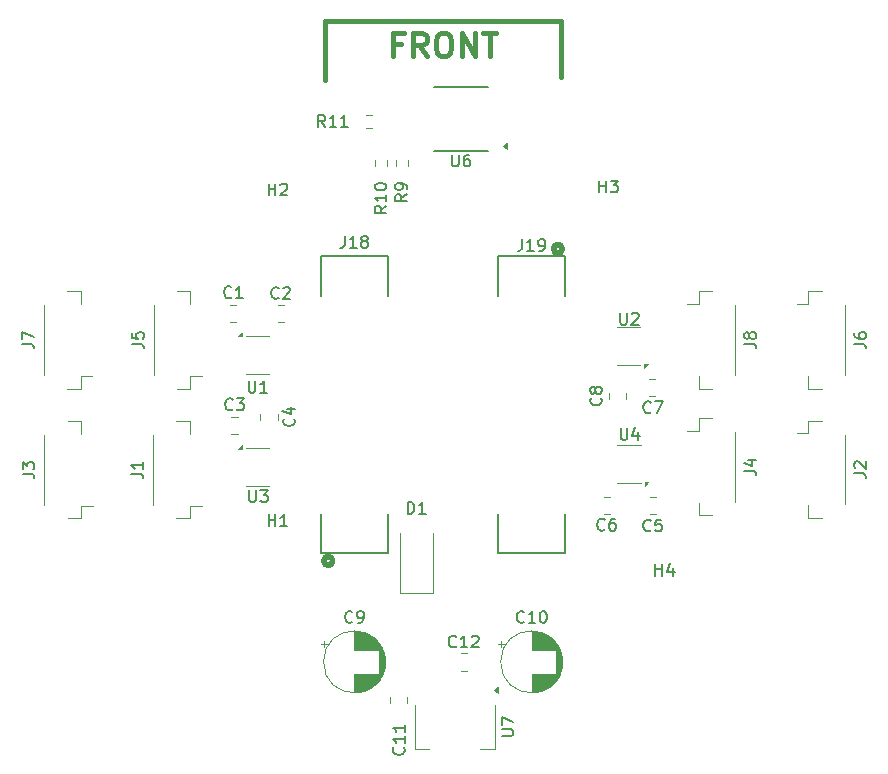
<source format=gbr>
%TF.GenerationSoftware,KiCad,Pcbnew,8.0.8*%
%TF.CreationDate,2025-02-10T22:14:39-08:00*%
%TF.ProjectId,CMOD_A7_Lower,434d4f44-5f41-4375-9f4c-6f7765722e6b,rev?*%
%TF.SameCoordinates,Original*%
%TF.FileFunction,Legend,Top*%
%TF.FilePolarity,Positive*%
%FSLAX46Y46*%
G04 Gerber Fmt 4.6, Leading zero omitted, Abs format (unit mm)*
G04 Created by KiCad (PCBNEW 8.0.8) date 2025-02-10 22:14:39*
%MOMM*%
%LPD*%
G01*
G04 APERTURE LIST*
%ADD10C,0.400000*%
%ADD11C,0.150000*%
%ADD12C,0.120000*%
%ADD13C,0.152400*%
%ADD14C,0.508000*%
G04 APERTURE END LIST*
D10*
X76000000Y-60500000D02*
X76000000Y-55500000D01*
X96000000Y-55500000D02*
X96000000Y-60250000D01*
X96000000Y-55500000D02*
X76000000Y-55500000D01*
X82428571Y-57436819D02*
X81761904Y-57436819D01*
X81761904Y-58484438D02*
X81761904Y-56484438D01*
X81761904Y-56484438D02*
X82714285Y-56484438D01*
X84619047Y-58484438D02*
X83952380Y-57532057D01*
X83476190Y-58484438D02*
X83476190Y-56484438D01*
X83476190Y-56484438D02*
X84238095Y-56484438D01*
X84238095Y-56484438D02*
X84428571Y-56579676D01*
X84428571Y-56579676D02*
X84523809Y-56674914D01*
X84523809Y-56674914D02*
X84619047Y-56865390D01*
X84619047Y-56865390D02*
X84619047Y-57151104D01*
X84619047Y-57151104D02*
X84523809Y-57341580D01*
X84523809Y-57341580D02*
X84428571Y-57436819D01*
X84428571Y-57436819D02*
X84238095Y-57532057D01*
X84238095Y-57532057D02*
X83476190Y-57532057D01*
X85857142Y-56484438D02*
X86238095Y-56484438D01*
X86238095Y-56484438D02*
X86428571Y-56579676D01*
X86428571Y-56579676D02*
X86619047Y-56770152D01*
X86619047Y-56770152D02*
X86714285Y-57151104D01*
X86714285Y-57151104D02*
X86714285Y-57817771D01*
X86714285Y-57817771D02*
X86619047Y-58198723D01*
X86619047Y-58198723D02*
X86428571Y-58389200D01*
X86428571Y-58389200D02*
X86238095Y-58484438D01*
X86238095Y-58484438D02*
X85857142Y-58484438D01*
X85857142Y-58484438D02*
X85666666Y-58389200D01*
X85666666Y-58389200D02*
X85476190Y-58198723D01*
X85476190Y-58198723D02*
X85380952Y-57817771D01*
X85380952Y-57817771D02*
X85380952Y-57151104D01*
X85380952Y-57151104D02*
X85476190Y-56770152D01*
X85476190Y-56770152D02*
X85666666Y-56579676D01*
X85666666Y-56579676D02*
X85857142Y-56484438D01*
X87571428Y-58484438D02*
X87571428Y-56484438D01*
X87571428Y-56484438D02*
X88714285Y-58484438D01*
X88714285Y-58484438D02*
X88714285Y-56484438D01*
X89380952Y-56484438D02*
X90523809Y-56484438D01*
X89952380Y-58484438D02*
X89952380Y-56484438D01*
D11*
X92857142Y-106359580D02*
X92809523Y-106407200D01*
X92809523Y-106407200D02*
X92666666Y-106454819D01*
X92666666Y-106454819D02*
X92571428Y-106454819D01*
X92571428Y-106454819D02*
X92428571Y-106407200D01*
X92428571Y-106407200D02*
X92333333Y-106311961D01*
X92333333Y-106311961D02*
X92285714Y-106216723D01*
X92285714Y-106216723D02*
X92238095Y-106026247D01*
X92238095Y-106026247D02*
X92238095Y-105883390D01*
X92238095Y-105883390D02*
X92285714Y-105692914D01*
X92285714Y-105692914D02*
X92333333Y-105597676D01*
X92333333Y-105597676D02*
X92428571Y-105502438D01*
X92428571Y-105502438D02*
X92571428Y-105454819D01*
X92571428Y-105454819D02*
X92666666Y-105454819D01*
X92666666Y-105454819D02*
X92809523Y-105502438D01*
X92809523Y-105502438D02*
X92857142Y-105550057D01*
X93809523Y-106454819D02*
X93238095Y-106454819D01*
X93523809Y-106454819D02*
X93523809Y-105454819D01*
X93523809Y-105454819D02*
X93428571Y-105597676D01*
X93428571Y-105597676D02*
X93333333Y-105692914D01*
X93333333Y-105692914D02*
X93238095Y-105740533D01*
X94428571Y-105454819D02*
X94523809Y-105454819D01*
X94523809Y-105454819D02*
X94619047Y-105502438D01*
X94619047Y-105502438D02*
X94666666Y-105550057D01*
X94666666Y-105550057D02*
X94714285Y-105645295D01*
X94714285Y-105645295D02*
X94761904Y-105835771D01*
X94761904Y-105835771D02*
X94761904Y-106073866D01*
X94761904Y-106073866D02*
X94714285Y-106264342D01*
X94714285Y-106264342D02*
X94666666Y-106359580D01*
X94666666Y-106359580D02*
X94619047Y-106407200D01*
X94619047Y-106407200D02*
X94523809Y-106454819D01*
X94523809Y-106454819D02*
X94428571Y-106454819D01*
X94428571Y-106454819D02*
X94333333Y-106407200D01*
X94333333Y-106407200D02*
X94285714Y-106359580D01*
X94285714Y-106359580D02*
X94238095Y-106264342D01*
X94238095Y-106264342D02*
X94190476Y-106073866D01*
X94190476Y-106073866D02*
X94190476Y-105835771D01*
X94190476Y-105835771D02*
X94238095Y-105645295D01*
X94238095Y-105645295D02*
X94285714Y-105550057D01*
X94285714Y-105550057D02*
X94333333Y-105502438D01*
X94333333Y-105502438D02*
X94428571Y-105454819D01*
X78333333Y-106359580D02*
X78285714Y-106407200D01*
X78285714Y-106407200D02*
X78142857Y-106454819D01*
X78142857Y-106454819D02*
X78047619Y-106454819D01*
X78047619Y-106454819D02*
X77904762Y-106407200D01*
X77904762Y-106407200D02*
X77809524Y-106311961D01*
X77809524Y-106311961D02*
X77761905Y-106216723D01*
X77761905Y-106216723D02*
X77714286Y-106026247D01*
X77714286Y-106026247D02*
X77714286Y-105883390D01*
X77714286Y-105883390D02*
X77761905Y-105692914D01*
X77761905Y-105692914D02*
X77809524Y-105597676D01*
X77809524Y-105597676D02*
X77904762Y-105502438D01*
X77904762Y-105502438D02*
X78047619Y-105454819D01*
X78047619Y-105454819D02*
X78142857Y-105454819D01*
X78142857Y-105454819D02*
X78285714Y-105502438D01*
X78285714Y-105502438D02*
X78333333Y-105550057D01*
X78809524Y-106454819D02*
X79000000Y-106454819D01*
X79000000Y-106454819D02*
X79095238Y-106407200D01*
X79095238Y-106407200D02*
X79142857Y-106359580D01*
X79142857Y-106359580D02*
X79238095Y-106216723D01*
X79238095Y-106216723D02*
X79285714Y-106026247D01*
X79285714Y-106026247D02*
X79285714Y-105645295D01*
X79285714Y-105645295D02*
X79238095Y-105550057D01*
X79238095Y-105550057D02*
X79190476Y-105502438D01*
X79190476Y-105502438D02*
X79095238Y-105454819D01*
X79095238Y-105454819D02*
X78904762Y-105454819D01*
X78904762Y-105454819D02*
X78809524Y-105502438D01*
X78809524Y-105502438D02*
X78761905Y-105550057D01*
X78761905Y-105550057D02*
X78714286Y-105645295D01*
X78714286Y-105645295D02*
X78714286Y-105883390D01*
X78714286Y-105883390D02*
X78761905Y-105978628D01*
X78761905Y-105978628D02*
X78809524Y-106026247D01*
X78809524Y-106026247D02*
X78904762Y-106073866D01*
X78904762Y-106073866D02*
X79095238Y-106073866D01*
X79095238Y-106073866D02*
X79190476Y-106026247D01*
X79190476Y-106026247D02*
X79238095Y-105978628D01*
X79238095Y-105978628D02*
X79285714Y-105883390D01*
X71238095Y-98254819D02*
X71238095Y-97254819D01*
X71238095Y-97731009D02*
X71809523Y-97731009D01*
X71809523Y-98254819D02*
X71809523Y-97254819D01*
X72809523Y-98254819D02*
X72238095Y-98254819D01*
X72523809Y-98254819D02*
X72523809Y-97254819D01*
X72523809Y-97254819D02*
X72428571Y-97397676D01*
X72428571Y-97397676D02*
X72333333Y-97492914D01*
X72333333Y-97492914D02*
X72238095Y-97540533D01*
X50404819Y-93833333D02*
X51119104Y-93833333D01*
X51119104Y-93833333D02*
X51261961Y-93880952D01*
X51261961Y-93880952D02*
X51357200Y-93976190D01*
X51357200Y-93976190D02*
X51404819Y-94119047D01*
X51404819Y-94119047D02*
X51404819Y-94214285D01*
X50404819Y-93452380D02*
X50404819Y-92833333D01*
X50404819Y-92833333D02*
X50785771Y-93166666D01*
X50785771Y-93166666D02*
X50785771Y-93023809D01*
X50785771Y-93023809D02*
X50833390Y-92928571D01*
X50833390Y-92928571D02*
X50881009Y-92880952D01*
X50881009Y-92880952D02*
X50976247Y-92833333D01*
X50976247Y-92833333D02*
X51214342Y-92833333D01*
X51214342Y-92833333D02*
X51309580Y-92880952D01*
X51309580Y-92880952D02*
X51357200Y-92928571D01*
X51357200Y-92928571D02*
X51404819Y-93023809D01*
X51404819Y-93023809D02*
X51404819Y-93309523D01*
X51404819Y-93309523D02*
X51357200Y-93404761D01*
X51357200Y-93404761D02*
X51309580Y-93452380D01*
X92690476Y-73954819D02*
X92690476Y-74669104D01*
X92690476Y-74669104D02*
X92642857Y-74811961D01*
X92642857Y-74811961D02*
X92547619Y-74907200D01*
X92547619Y-74907200D02*
X92404762Y-74954819D01*
X92404762Y-74954819D02*
X92309524Y-74954819D01*
X93690476Y-74954819D02*
X93119048Y-74954819D01*
X93404762Y-74954819D02*
X93404762Y-73954819D01*
X93404762Y-73954819D02*
X93309524Y-74097676D01*
X93309524Y-74097676D02*
X93214286Y-74192914D01*
X93214286Y-74192914D02*
X93119048Y-74240533D01*
X94166667Y-74954819D02*
X94357143Y-74954819D01*
X94357143Y-74954819D02*
X94452381Y-74907200D01*
X94452381Y-74907200D02*
X94500000Y-74859580D01*
X94500000Y-74859580D02*
X94595238Y-74716723D01*
X94595238Y-74716723D02*
X94642857Y-74526247D01*
X94642857Y-74526247D02*
X94642857Y-74145295D01*
X94642857Y-74145295D02*
X94595238Y-74050057D01*
X94595238Y-74050057D02*
X94547619Y-74002438D01*
X94547619Y-74002438D02*
X94452381Y-73954819D01*
X94452381Y-73954819D02*
X94261905Y-73954819D01*
X94261905Y-73954819D02*
X94166667Y-74002438D01*
X94166667Y-74002438D02*
X94119048Y-74050057D01*
X94119048Y-74050057D02*
X94071429Y-74145295D01*
X94071429Y-74145295D02*
X94071429Y-74383390D01*
X94071429Y-74383390D02*
X94119048Y-74478628D01*
X94119048Y-74478628D02*
X94166667Y-74526247D01*
X94166667Y-74526247D02*
X94261905Y-74573866D01*
X94261905Y-74573866D02*
X94452381Y-74573866D01*
X94452381Y-74573866D02*
X94547619Y-74526247D01*
X94547619Y-74526247D02*
X94595238Y-74478628D01*
X94595238Y-74478628D02*
X94642857Y-74383390D01*
X72083333Y-78929580D02*
X72035714Y-78977200D01*
X72035714Y-78977200D02*
X71892857Y-79024819D01*
X71892857Y-79024819D02*
X71797619Y-79024819D01*
X71797619Y-79024819D02*
X71654762Y-78977200D01*
X71654762Y-78977200D02*
X71559524Y-78881961D01*
X71559524Y-78881961D02*
X71511905Y-78786723D01*
X71511905Y-78786723D02*
X71464286Y-78596247D01*
X71464286Y-78596247D02*
X71464286Y-78453390D01*
X71464286Y-78453390D02*
X71511905Y-78262914D01*
X71511905Y-78262914D02*
X71559524Y-78167676D01*
X71559524Y-78167676D02*
X71654762Y-78072438D01*
X71654762Y-78072438D02*
X71797619Y-78024819D01*
X71797619Y-78024819D02*
X71892857Y-78024819D01*
X71892857Y-78024819D02*
X72035714Y-78072438D01*
X72035714Y-78072438D02*
X72083333Y-78120057D01*
X72464286Y-78120057D02*
X72511905Y-78072438D01*
X72511905Y-78072438D02*
X72607143Y-78024819D01*
X72607143Y-78024819D02*
X72845238Y-78024819D01*
X72845238Y-78024819D02*
X72940476Y-78072438D01*
X72940476Y-78072438D02*
X72988095Y-78120057D01*
X72988095Y-78120057D02*
X73035714Y-78215295D01*
X73035714Y-78215295D02*
X73035714Y-78310533D01*
X73035714Y-78310533D02*
X72988095Y-78453390D01*
X72988095Y-78453390D02*
X72416667Y-79024819D01*
X72416667Y-79024819D02*
X73035714Y-79024819D01*
X82659580Y-116992857D02*
X82707200Y-117040476D01*
X82707200Y-117040476D02*
X82754819Y-117183333D01*
X82754819Y-117183333D02*
X82754819Y-117278571D01*
X82754819Y-117278571D02*
X82707200Y-117421428D01*
X82707200Y-117421428D02*
X82611961Y-117516666D01*
X82611961Y-117516666D02*
X82516723Y-117564285D01*
X82516723Y-117564285D02*
X82326247Y-117611904D01*
X82326247Y-117611904D02*
X82183390Y-117611904D01*
X82183390Y-117611904D02*
X81992914Y-117564285D01*
X81992914Y-117564285D02*
X81897676Y-117516666D01*
X81897676Y-117516666D02*
X81802438Y-117421428D01*
X81802438Y-117421428D02*
X81754819Y-117278571D01*
X81754819Y-117278571D02*
X81754819Y-117183333D01*
X81754819Y-117183333D02*
X81802438Y-117040476D01*
X81802438Y-117040476D02*
X81850057Y-116992857D01*
X82754819Y-116040476D02*
X82754819Y-116611904D01*
X82754819Y-116326190D02*
X81754819Y-116326190D01*
X81754819Y-116326190D02*
X81897676Y-116421428D01*
X81897676Y-116421428D02*
X81992914Y-116516666D01*
X81992914Y-116516666D02*
X82040533Y-116611904D01*
X82754819Y-115088095D02*
X82754819Y-115659523D01*
X82754819Y-115373809D02*
X81754819Y-115373809D01*
X81754819Y-115373809D02*
X81897676Y-115469047D01*
X81897676Y-115469047D02*
X81992914Y-115564285D01*
X81992914Y-115564285D02*
X82040533Y-115659523D01*
X120804819Y-93783333D02*
X121519104Y-93783333D01*
X121519104Y-93783333D02*
X121661961Y-93830952D01*
X121661961Y-93830952D02*
X121757200Y-93926190D01*
X121757200Y-93926190D02*
X121804819Y-94069047D01*
X121804819Y-94069047D02*
X121804819Y-94164285D01*
X120900057Y-93354761D02*
X120852438Y-93307142D01*
X120852438Y-93307142D02*
X120804819Y-93211904D01*
X120804819Y-93211904D02*
X120804819Y-92973809D01*
X120804819Y-92973809D02*
X120852438Y-92878571D01*
X120852438Y-92878571D02*
X120900057Y-92830952D01*
X120900057Y-92830952D02*
X120995295Y-92783333D01*
X120995295Y-92783333D02*
X121090533Y-92783333D01*
X121090533Y-92783333D02*
X121233390Y-92830952D01*
X121233390Y-92830952D02*
X121804819Y-93402380D01*
X121804819Y-93402380D02*
X121804819Y-92783333D01*
X59604819Y-93833333D02*
X60319104Y-93833333D01*
X60319104Y-93833333D02*
X60461961Y-93880952D01*
X60461961Y-93880952D02*
X60557200Y-93976190D01*
X60557200Y-93976190D02*
X60604819Y-94119047D01*
X60604819Y-94119047D02*
X60604819Y-94214285D01*
X60604819Y-92833333D02*
X60604819Y-93404761D01*
X60604819Y-93119047D02*
X59604819Y-93119047D01*
X59604819Y-93119047D02*
X59747676Y-93214285D01*
X59747676Y-93214285D02*
X59842914Y-93309523D01*
X59842914Y-93309523D02*
X59890533Y-93404761D01*
X103988095Y-102454819D02*
X103988095Y-101454819D01*
X103988095Y-101931009D02*
X104559523Y-101931009D01*
X104559523Y-102454819D02*
X104559523Y-101454819D01*
X105464285Y-101788152D02*
X105464285Y-102454819D01*
X105226190Y-101407200D02*
X104988095Y-102121485D01*
X104988095Y-102121485D02*
X105607142Y-102121485D01*
X77690476Y-73704819D02*
X77690476Y-74419104D01*
X77690476Y-74419104D02*
X77642857Y-74561961D01*
X77642857Y-74561961D02*
X77547619Y-74657200D01*
X77547619Y-74657200D02*
X77404762Y-74704819D01*
X77404762Y-74704819D02*
X77309524Y-74704819D01*
X78690476Y-74704819D02*
X78119048Y-74704819D01*
X78404762Y-74704819D02*
X78404762Y-73704819D01*
X78404762Y-73704819D02*
X78309524Y-73847676D01*
X78309524Y-73847676D02*
X78214286Y-73942914D01*
X78214286Y-73942914D02*
X78119048Y-73990533D01*
X79261905Y-74133390D02*
X79166667Y-74085771D01*
X79166667Y-74085771D02*
X79119048Y-74038152D01*
X79119048Y-74038152D02*
X79071429Y-73942914D01*
X79071429Y-73942914D02*
X79071429Y-73895295D01*
X79071429Y-73895295D02*
X79119048Y-73800057D01*
X79119048Y-73800057D02*
X79166667Y-73752438D01*
X79166667Y-73752438D02*
X79261905Y-73704819D01*
X79261905Y-73704819D02*
X79452381Y-73704819D01*
X79452381Y-73704819D02*
X79547619Y-73752438D01*
X79547619Y-73752438D02*
X79595238Y-73800057D01*
X79595238Y-73800057D02*
X79642857Y-73895295D01*
X79642857Y-73895295D02*
X79642857Y-73942914D01*
X79642857Y-73942914D02*
X79595238Y-74038152D01*
X79595238Y-74038152D02*
X79547619Y-74085771D01*
X79547619Y-74085771D02*
X79452381Y-74133390D01*
X79452381Y-74133390D02*
X79261905Y-74133390D01*
X79261905Y-74133390D02*
X79166667Y-74181009D01*
X79166667Y-74181009D02*
X79119048Y-74228628D01*
X79119048Y-74228628D02*
X79071429Y-74323866D01*
X79071429Y-74323866D02*
X79071429Y-74514342D01*
X79071429Y-74514342D02*
X79119048Y-74609580D01*
X79119048Y-74609580D02*
X79166667Y-74657200D01*
X79166667Y-74657200D02*
X79261905Y-74704819D01*
X79261905Y-74704819D02*
X79452381Y-74704819D01*
X79452381Y-74704819D02*
X79547619Y-74657200D01*
X79547619Y-74657200D02*
X79595238Y-74609580D01*
X79595238Y-74609580D02*
X79642857Y-74514342D01*
X79642857Y-74514342D02*
X79642857Y-74323866D01*
X79642857Y-74323866D02*
X79595238Y-74228628D01*
X79595238Y-74228628D02*
X79547619Y-74181009D01*
X79547619Y-74181009D02*
X79452381Y-74133390D01*
X100988095Y-80204819D02*
X100988095Y-81014342D01*
X100988095Y-81014342D02*
X101035714Y-81109580D01*
X101035714Y-81109580D02*
X101083333Y-81157200D01*
X101083333Y-81157200D02*
X101178571Y-81204819D01*
X101178571Y-81204819D02*
X101369047Y-81204819D01*
X101369047Y-81204819D02*
X101464285Y-81157200D01*
X101464285Y-81157200D02*
X101511904Y-81109580D01*
X101511904Y-81109580D02*
X101559523Y-81014342D01*
X101559523Y-81014342D02*
X101559523Y-80204819D01*
X101988095Y-80300057D02*
X102035714Y-80252438D01*
X102035714Y-80252438D02*
X102130952Y-80204819D01*
X102130952Y-80204819D02*
X102369047Y-80204819D01*
X102369047Y-80204819D02*
X102464285Y-80252438D01*
X102464285Y-80252438D02*
X102511904Y-80300057D01*
X102511904Y-80300057D02*
X102559523Y-80395295D01*
X102559523Y-80395295D02*
X102559523Y-80490533D01*
X102559523Y-80490533D02*
X102511904Y-80633390D01*
X102511904Y-80633390D02*
X101940476Y-81204819D01*
X101940476Y-81204819D02*
X102559523Y-81204819D01*
X103583333Y-88609580D02*
X103535714Y-88657200D01*
X103535714Y-88657200D02*
X103392857Y-88704819D01*
X103392857Y-88704819D02*
X103297619Y-88704819D01*
X103297619Y-88704819D02*
X103154762Y-88657200D01*
X103154762Y-88657200D02*
X103059524Y-88561961D01*
X103059524Y-88561961D02*
X103011905Y-88466723D01*
X103011905Y-88466723D02*
X102964286Y-88276247D01*
X102964286Y-88276247D02*
X102964286Y-88133390D01*
X102964286Y-88133390D02*
X103011905Y-87942914D01*
X103011905Y-87942914D02*
X103059524Y-87847676D01*
X103059524Y-87847676D02*
X103154762Y-87752438D01*
X103154762Y-87752438D02*
X103297619Y-87704819D01*
X103297619Y-87704819D02*
X103392857Y-87704819D01*
X103392857Y-87704819D02*
X103535714Y-87752438D01*
X103535714Y-87752438D02*
X103583333Y-87800057D01*
X103916667Y-87704819D02*
X104583333Y-87704819D01*
X104583333Y-87704819D02*
X104154762Y-88704819D01*
X59654819Y-82833333D02*
X60369104Y-82833333D01*
X60369104Y-82833333D02*
X60511961Y-82880952D01*
X60511961Y-82880952D02*
X60607200Y-82976190D01*
X60607200Y-82976190D02*
X60654819Y-83119047D01*
X60654819Y-83119047D02*
X60654819Y-83214285D01*
X59654819Y-81880952D02*
X59654819Y-82357142D01*
X59654819Y-82357142D02*
X60131009Y-82404761D01*
X60131009Y-82404761D02*
X60083390Y-82357142D01*
X60083390Y-82357142D02*
X60035771Y-82261904D01*
X60035771Y-82261904D02*
X60035771Y-82023809D01*
X60035771Y-82023809D02*
X60083390Y-81928571D01*
X60083390Y-81928571D02*
X60131009Y-81880952D01*
X60131009Y-81880952D02*
X60226247Y-81833333D01*
X60226247Y-81833333D02*
X60464342Y-81833333D01*
X60464342Y-81833333D02*
X60559580Y-81880952D01*
X60559580Y-81880952D02*
X60607200Y-81928571D01*
X60607200Y-81928571D02*
X60654819Y-82023809D01*
X60654819Y-82023809D02*
X60654819Y-82261904D01*
X60654819Y-82261904D02*
X60607200Y-82357142D01*
X60607200Y-82357142D02*
X60559580Y-82404761D01*
X90954819Y-116011904D02*
X91764342Y-116011904D01*
X91764342Y-116011904D02*
X91859580Y-115964285D01*
X91859580Y-115964285D02*
X91907200Y-115916666D01*
X91907200Y-115916666D02*
X91954819Y-115821428D01*
X91954819Y-115821428D02*
X91954819Y-115630952D01*
X91954819Y-115630952D02*
X91907200Y-115535714D01*
X91907200Y-115535714D02*
X91859580Y-115488095D01*
X91859580Y-115488095D02*
X91764342Y-115440476D01*
X91764342Y-115440476D02*
X90954819Y-115440476D01*
X90954819Y-115059523D02*
X90954819Y-114392857D01*
X90954819Y-114392857D02*
X91954819Y-114821428D01*
X69588095Y-95204819D02*
X69588095Y-96014342D01*
X69588095Y-96014342D02*
X69635714Y-96109580D01*
X69635714Y-96109580D02*
X69683333Y-96157200D01*
X69683333Y-96157200D02*
X69778571Y-96204819D01*
X69778571Y-96204819D02*
X69969047Y-96204819D01*
X69969047Y-96204819D02*
X70064285Y-96157200D01*
X70064285Y-96157200D02*
X70111904Y-96109580D01*
X70111904Y-96109580D02*
X70159523Y-96014342D01*
X70159523Y-96014342D02*
X70159523Y-95204819D01*
X70540476Y-95204819D02*
X71159523Y-95204819D01*
X71159523Y-95204819D02*
X70826190Y-95585771D01*
X70826190Y-95585771D02*
X70969047Y-95585771D01*
X70969047Y-95585771D02*
X71064285Y-95633390D01*
X71064285Y-95633390D02*
X71111904Y-95681009D01*
X71111904Y-95681009D02*
X71159523Y-95776247D01*
X71159523Y-95776247D02*
X71159523Y-96014342D01*
X71159523Y-96014342D02*
X71111904Y-96109580D01*
X71111904Y-96109580D02*
X71064285Y-96157200D01*
X71064285Y-96157200D02*
X70969047Y-96204819D01*
X70969047Y-96204819D02*
X70683333Y-96204819D01*
X70683333Y-96204819D02*
X70588095Y-96157200D01*
X70588095Y-96157200D02*
X70540476Y-96109580D01*
X99238095Y-70004819D02*
X99238095Y-69004819D01*
X99238095Y-69481009D02*
X99809523Y-69481009D01*
X99809523Y-70004819D02*
X99809523Y-69004819D01*
X100190476Y-69004819D02*
X100809523Y-69004819D01*
X100809523Y-69004819D02*
X100476190Y-69385771D01*
X100476190Y-69385771D02*
X100619047Y-69385771D01*
X100619047Y-69385771D02*
X100714285Y-69433390D01*
X100714285Y-69433390D02*
X100761904Y-69481009D01*
X100761904Y-69481009D02*
X100809523Y-69576247D01*
X100809523Y-69576247D02*
X100809523Y-69814342D01*
X100809523Y-69814342D02*
X100761904Y-69909580D01*
X100761904Y-69909580D02*
X100714285Y-69957200D01*
X100714285Y-69957200D02*
X100619047Y-70004819D01*
X100619047Y-70004819D02*
X100333333Y-70004819D01*
X100333333Y-70004819D02*
X100238095Y-69957200D01*
X100238095Y-69957200D02*
X100190476Y-69909580D01*
X111504819Y-82833333D02*
X112219104Y-82833333D01*
X112219104Y-82833333D02*
X112361961Y-82880952D01*
X112361961Y-82880952D02*
X112457200Y-82976190D01*
X112457200Y-82976190D02*
X112504819Y-83119047D01*
X112504819Y-83119047D02*
X112504819Y-83214285D01*
X111933390Y-82214285D02*
X111885771Y-82309523D01*
X111885771Y-82309523D02*
X111838152Y-82357142D01*
X111838152Y-82357142D02*
X111742914Y-82404761D01*
X111742914Y-82404761D02*
X111695295Y-82404761D01*
X111695295Y-82404761D02*
X111600057Y-82357142D01*
X111600057Y-82357142D02*
X111552438Y-82309523D01*
X111552438Y-82309523D02*
X111504819Y-82214285D01*
X111504819Y-82214285D02*
X111504819Y-82023809D01*
X111504819Y-82023809D02*
X111552438Y-81928571D01*
X111552438Y-81928571D02*
X111600057Y-81880952D01*
X111600057Y-81880952D02*
X111695295Y-81833333D01*
X111695295Y-81833333D02*
X111742914Y-81833333D01*
X111742914Y-81833333D02*
X111838152Y-81880952D01*
X111838152Y-81880952D02*
X111885771Y-81928571D01*
X111885771Y-81928571D02*
X111933390Y-82023809D01*
X111933390Y-82023809D02*
X111933390Y-82214285D01*
X111933390Y-82214285D02*
X111981009Y-82309523D01*
X111981009Y-82309523D02*
X112028628Y-82357142D01*
X112028628Y-82357142D02*
X112123866Y-82404761D01*
X112123866Y-82404761D02*
X112314342Y-82404761D01*
X112314342Y-82404761D02*
X112409580Y-82357142D01*
X112409580Y-82357142D02*
X112457200Y-82309523D01*
X112457200Y-82309523D02*
X112504819Y-82214285D01*
X112504819Y-82214285D02*
X112504819Y-82023809D01*
X112504819Y-82023809D02*
X112457200Y-81928571D01*
X112457200Y-81928571D02*
X112409580Y-81880952D01*
X112409580Y-81880952D02*
X112314342Y-81833333D01*
X112314342Y-81833333D02*
X112123866Y-81833333D01*
X112123866Y-81833333D02*
X112028628Y-81880952D01*
X112028628Y-81880952D02*
X111981009Y-81928571D01*
X111981009Y-81928571D02*
X111933390Y-82023809D01*
X82954819Y-70166666D02*
X82478628Y-70499999D01*
X82954819Y-70738094D02*
X81954819Y-70738094D01*
X81954819Y-70738094D02*
X81954819Y-70357142D01*
X81954819Y-70357142D02*
X82002438Y-70261904D01*
X82002438Y-70261904D02*
X82050057Y-70214285D01*
X82050057Y-70214285D02*
X82145295Y-70166666D01*
X82145295Y-70166666D02*
X82288152Y-70166666D01*
X82288152Y-70166666D02*
X82383390Y-70214285D01*
X82383390Y-70214285D02*
X82431009Y-70261904D01*
X82431009Y-70261904D02*
X82478628Y-70357142D01*
X82478628Y-70357142D02*
X82478628Y-70738094D01*
X82954819Y-69690475D02*
X82954819Y-69499999D01*
X82954819Y-69499999D02*
X82907200Y-69404761D01*
X82907200Y-69404761D02*
X82859580Y-69357142D01*
X82859580Y-69357142D02*
X82716723Y-69261904D01*
X82716723Y-69261904D02*
X82526247Y-69214285D01*
X82526247Y-69214285D02*
X82145295Y-69214285D01*
X82145295Y-69214285D02*
X82050057Y-69261904D01*
X82050057Y-69261904D02*
X82002438Y-69309523D01*
X82002438Y-69309523D02*
X81954819Y-69404761D01*
X81954819Y-69404761D02*
X81954819Y-69595237D01*
X81954819Y-69595237D02*
X82002438Y-69690475D01*
X82002438Y-69690475D02*
X82050057Y-69738094D01*
X82050057Y-69738094D02*
X82145295Y-69785713D01*
X82145295Y-69785713D02*
X82383390Y-69785713D01*
X82383390Y-69785713D02*
X82478628Y-69738094D01*
X82478628Y-69738094D02*
X82526247Y-69690475D01*
X82526247Y-69690475D02*
X82573866Y-69595237D01*
X82573866Y-69595237D02*
X82573866Y-69404761D01*
X82573866Y-69404761D02*
X82526247Y-69309523D01*
X82526247Y-69309523D02*
X82478628Y-69261904D01*
X82478628Y-69261904D02*
X82383390Y-69214285D01*
X87107142Y-108429580D02*
X87059523Y-108477200D01*
X87059523Y-108477200D02*
X86916666Y-108524819D01*
X86916666Y-108524819D02*
X86821428Y-108524819D01*
X86821428Y-108524819D02*
X86678571Y-108477200D01*
X86678571Y-108477200D02*
X86583333Y-108381961D01*
X86583333Y-108381961D02*
X86535714Y-108286723D01*
X86535714Y-108286723D02*
X86488095Y-108096247D01*
X86488095Y-108096247D02*
X86488095Y-107953390D01*
X86488095Y-107953390D02*
X86535714Y-107762914D01*
X86535714Y-107762914D02*
X86583333Y-107667676D01*
X86583333Y-107667676D02*
X86678571Y-107572438D01*
X86678571Y-107572438D02*
X86821428Y-107524819D01*
X86821428Y-107524819D02*
X86916666Y-107524819D01*
X86916666Y-107524819D02*
X87059523Y-107572438D01*
X87059523Y-107572438D02*
X87107142Y-107620057D01*
X88059523Y-108524819D02*
X87488095Y-108524819D01*
X87773809Y-108524819D02*
X87773809Y-107524819D01*
X87773809Y-107524819D02*
X87678571Y-107667676D01*
X87678571Y-107667676D02*
X87583333Y-107762914D01*
X87583333Y-107762914D02*
X87488095Y-107810533D01*
X88440476Y-107620057D02*
X88488095Y-107572438D01*
X88488095Y-107572438D02*
X88583333Y-107524819D01*
X88583333Y-107524819D02*
X88821428Y-107524819D01*
X88821428Y-107524819D02*
X88916666Y-107572438D01*
X88916666Y-107572438D02*
X88964285Y-107620057D01*
X88964285Y-107620057D02*
X89011904Y-107715295D01*
X89011904Y-107715295D02*
X89011904Y-107810533D01*
X89011904Y-107810533D02*
X88964285Y-107953390D01*
X88964285Y-107953390D02*
X88392857Y-108524819D01*
X88392857Y-108524819D02*
X89011904Y-108524819D01*
X103583333Y-98609580D02*
X103535714Y-98657200D01*
X103535714Y-98657200D02*
X103392857Y-98704819D01*
X103392857Y-98704819D02*
X103297619Y-98704819D01*
X103297619Y-98704819D02*
X103154762Y-98657200D01*
X103154762Y-98657200D02*
X103059524Y-98561961D01*
X103059524Y-98561961D02*
X103011905Y-98466723D01*
X103011905Y-98466723D02*
X102964286Y-98276247D01*
X102964286Y-98276247D02*
X102964286Y-98133390D01*
X102964286Y-98133390D02*
X103011905Y-97942914D01*
X103011905Y-97942914D02*
X103059524Y-97847676D01*
X103059524Y-97847676D02*
X103154762Y-97752438D01*
X103154762Y-97752438D02*
X103297619Y-97704819D01*
X103297619Y-97704819D02*
X103392857Y-97704819D01*
X103392857Y-97704819D02*
X103535714Y-97752438D01*
X103535714Y-97752438D02*
X103583333Y-97800057D01*
X104488095Y-97704819D02*
X104011905Y-97704819D01*
X104011905Y-97704819D02*
X103964286Y-98181009D01*
X103964286Y-98181009D02*
X104011905Y-98133390D01*
X104011905Y-98133390D02*
X104107143Y-98085771D01*
X104107143Y-98085771D02*
X104345238Y-98085771D01*
X104345238Y-98085771D02*
X104440476Y-98133390D01*
X104440476Y-98133390D02*
X104488095Y-98181009D01*
X104488095Y-98181009D02*
X104535714Y-98276247D01*
X104535714Y-98276247D02*
X104535714Y-98514342D01*
X104535714Y-98514342D02*
X104488095Y-98609580D01*
X104488095Y-98609580D02*
X104440476Y-98657200D01*
X104440476Y-98657200D02*
X104345238Y-98704819D01*
X104345238Y-98704819D02*
X104107143Y-98704819D01*
X104107143Y-98704819D02*
X104011905Y-98657200D01*
X104011905Y-98657200D02*
X103964286Y-98609580D01*
X101038095Y-89954819D02*
X101038095Y-90764342D01*
X101038095Y-90764342D02*
X101085714Y-90859580D01*
X101085714Y-90859580D02*
X101133333Y-90907200D01*
X101133333Y-90907200D02*
X101228571Y-90954819D01*
X101228571Y-90954819D02*
X101419047Y-90954819D01*
X101419047Y-90954819D02*
X101514285Y-90907200D01*
X101514285Y-90907200D02*
X101561904Y-90859580D01*
X101561904Y-90859580D02*
X101609523Y-90764342D01*
X101609523Y-90764342D02*
X101609523Y-89954819D01*
X102514285Y-90288152D02*
X102514285Y-90954819D01*
X102276190Y-89907200D02*
X102038095Y-90621485D01*
X102038095Y-90621485D02*
X102657142Y-90621485D01*
X69538095Y-85954819D02*
X69538095Y-86764342D01*
X69538095Y-86764342D02*
X69585714Y-86859580D01*
X69585714Y-86859580D02*
X69633333Y-86907200D01*
X69633333Y-86907200D02*
X69728571Y-86954819D01*
X69728571Y-86954819D02*
X69919047Y-86954819D01*
X69919047Y-86954819D02*
X70014285Y-86907200D01*
X70014285Y-86907200D02*
X70061904Y-86859580D01*
X70061904Y-86859580D02*
X70109523Y-86764342D01*
X70109523Y-86764342D02*
X70109523Y-85954819D01*
X71109523Y-86954819D02*
X70538095Y-86954819D01*
X70823809Y-86954819D02*
X70823809Y-85954819D01*
X70823809Y-85954819D02*
X70728571Y-86097676D01*
X70728571Y-86097676D02*
X70633333Y-86192914D01*
X70633333Y-86192914D02*
X70538095Y-86240533D01*
X99359580Y-87416666D02*
X99407200Y-87464285D01*
X99407200Y-87464285D02*
X99454819Y-87607142D01*
X99454819Y-87607142D02*
X99454819Y-87702380D01*
X99454819Y-87702380D02*
X99407200Y-87845237D01*
X99407200Y-87845237D02*
X99311961Y-87940475D01*
X99311961Y-87940475D02*
X99216723Y-87988094D01*
X99216723Y-87988094D02*
X99026247Y-88035713D01*
X99026247Y-88035713D02*
X98883390Y-88035713D01*
X98883390Y-88035713D02*
X98692914Y-87988094D01*
X98692914Y-87988094D02*
X98597676Y-87940475D01*
X98597676Y-87940475D02*
X98502438Y-87845237D01*
X98502438Y-87845237D02*
X98454819Y-87702380D01*
X98454819Y-87702380D02*
X98454819Y-87607142D01*
X98454819Y-87607142D02*
X98502438Y-87464285D01*
X98502438Y-87464285D02*
X98550057Y-87416666D01*
X98883390Y-86845237D02*
X98835771Y-86940475D01*
X98835771Y-86940475D02*
X98788152Y-86988094D01*
X98788152Y-86988094D02*
X98692914Y-87035713D01*
X98692914Y-87035713D02*
X98645295Y-87035713D01*
X98645295Y-87035713D02*
X98550057Y-86988094D01*
X98550057Y-86988094D02*
X98502438Y-86940475D01*
X98502438Y-86940475D02*
X98454819Y-86845237D01*
X98454819Y-86845237D02*
X98454819Y-86654761D01*
X98454819Y-86654761D02*
X98502438Y-86559523D01*
X98502438Y-86559523D02*
X98550057Y-86511904D01*
X98550057Y-86511904D02*
X98645295Y-86464285D01*
X98645295Y-86464285D02*
X98692914Y-86464285D01*
X98692914Y-86464285D02*
X98788152Y-86511904D01*
X98788152Y-86511904D02*
X98835771Y-86559523D01*
X98835771Y-86559523D02*
X98883390Y-86654761D01*
X98883390Y-86654761D02*
X98883390Y-86845237D01*
X98883390Y-86845237D02*
X98931009Y-86940475D01*
X98931009Y-86940475D02*
X98978628Y-86988094D01*
X98978628Y-86988094D02*
X99073866Y-87035713D01*
X99073866Y-87035713D02*
X99264342Y-87035713D01*
X99264342Y-87035713D02*
X99359580Y-86988094D01*
X99359580Y-86988094D02*
X99407200Y-86940475D01*
X99407200Y-86940475D02*
X99454819Y-86845237D01*
X99454819Y-86845237D02*
X99454819Y-86654761D01*
X99454819Y-86654761D02*
X99407200Y-86559523D01*
X99407200Y-86559523D02*
X99359580Y-86511904D01*
X99359580Y-86511904D02*
X99264342Y-86464285D01*
X99264342Y-86464285D02*
X99073866Y-86464285D01*
X99073866Y-86464285D02*
X98978628Y-86511904D01*
X98978628Y-86511904D02*
X98931009Y-86559523D01*
X98931009Y-86559523D02*
X98883390Y-86654761D01*
X83011905Y-97204819D02*
X83011905Y-96204819D01*
X83011905Y-96204819D02*
X83250000Y-96204819D01*
X83250000Y-96204819D02*
X83392857Y-96252438D01*
X83392857Y-96252438D02*
X83488095Y-96347676D01*
X83488095Y-96347676D02*
X83535714Y-96442914D01*
X83535714Y-96442914D02*
X83583333Y-96633390D01*
X83583333Y-96633390D02*
X83583333Y-96776247D01*
X83583333Y-96776247D02*
X83535714Y-96966723D01*
X83535714Y-96966723D02*
X83488095Y-97061961D01*
X83488095Y-97061961D02*
X83392857Y-97157200D01*
X83392857Y-97157200D02*
X83250000Y-97204819D01*
X83250000Y-97204819D02*
X83011905Y-97204819D01*
X84535714Y-97204819D02*
X83964286Y-97204819D01*
X84250000Y-97204819D02*
X84250000Y-96204819D01*
X84250000Y-96204819D02*
X84154762Y-96347676D01*
X84154762Y-96347676D02*
X84059524Y-96442914D01*
X84059524Y-96442914D02*
X83964286Y-96490533D01*
X81204819Y-71142857D02*
X80728628Y-71476190D01*
X81204819Y-71714285D02*
X80204819Y-71714285D01*
X80204819Y-71714285D02*
X80204819Y-71333333D01*
X80204819Y-71333333D02*
X80252438Y-71238095D01*
X80252438Y-71238095D02*
X80300057Y-71190476D01*
X80300057Y-71190476D02*
X80395295Y-71142857D01*
X80395295Y-71142857D02*
X80538152Y-71142857D01*
X80538152Y-71142857D02*
X80633390Y-71190476D01*
X80633390Y-71190476D02*
X80681009Y-71238095D01*
X80681009Y-71238095D02*
X80728628Y-71333333D01*
X80728628Y-71333333D02*
X80728628Y-71714285D01*
X81204819Y-70190476D02*
X81204819Y-70761904D01*
X81204819Y-70476190D02*
X80204819Y-70476190D01*
X80204819Y-70476190D02*
X80347676Y-70571428D01*
X80347676Y-70571428D02*
X80442914Y-70666666D01*
X80442914Y-70666666D02*
X80490533Y-70761904D01*
X80204819Y-69571428D02*
X80204819Y-69476190D01*
X80204819Y-69476190D02*
X80252438Y-69380952D01*
X80252438Y-69380952D02*
X80300057Y-69333333D01*
X80300057Y-69333333D02*
X80395295Y-69285714D01*
X80395295Y-69285714D02*
X80585771Y-69238095D01*
X80585771Y-69238095D02*
X80823866Y-69238095D01*
X80823866Y-69238095D02*
X81014342Y-69285714D01*
X81014342Y-69285714D02*
X81109580Y-69333333D01*
X81109580Y-69333333D02*
X81157200Y-69380952D01*
X81157200Y-69380952D02*
X81204819Y-69476190D01*
X81204819Y-69476190D02*
X81204819Y-69571428D01*
X81204819Y-69571428D02*
X81157200Y-69666666D01*
X81157200Y-69666666D02*
X81109580Y-69714285D01*
X81109580Y-69714285D02*
X81014342Y-69761904D01*
X81014342Y-69761904D02*
X80823866Y-69809523D01*
X80823866Y-69809523D02*
X80585771Y-69809523D01*
X80585771Y-69809523D02*
X80395295Y-69761904D01*
X80395295Y-69761904D02*
X80300057Y-69714285D01*
X80300057Y-69714285D02*
X80252438Y-69666666D01*
X80252438Y-69666666D02*
X80204819Y-69571428D01*
X86753095Y-66807319D02*
X86753095Y-67616842D01*
X86753095Y-67616842D02*
X86800714Y-67712080D01*
X86800714Y-67712080D02*
X86848333Y-67759700D01*
X86848333Y-67759700D02*
X86943571Y-67807319D01*
X86943571Y-67807319D02*
X87134047Y-67807319D01*
X87134047Y-67807319D02*
X87229285Y-67759700D01*
X87229285Y-67759700D02*
X87276904Y-67712080D01*
X87276904Y-67712080D02*
X87324523Y-67616842D01*
X87324523Y-67616842D02*
X87324523Y-66807319D01*
X88229285Y-66807319D02*
X88038809Y-66807319D01*
X88038809Y-66807319D02*
X87943571Y-66854938D01*
X87943571Y-66854938D02*
X87895952Y-66902557D01*
X87895952Y-66902557D02*
X87800714Y-67045414D01*
X87800714Y-67045414D02*
X87753095Y-67235890D01*
X87753095Y-67235890D02*
X87753095Y-67616842D01*
X87753095Y-67616842D02*
X87800714Y-67712080D01*
X87800714Y-67712080D02*
X87848333Y-67759700D01*
X87848333Y-67759700D02*
X87943571Y-67807319D01*
X87943571Y-67807319D02*
X88134047Y-67807319D01*
X88134047Y-67807319D02*
X88229285Y-67759700D01*
X88229285Y-67759700D02*
X88276904Y-67712080D01*
X88276904Y-67712080D02*
X88324523Y-67616842D01*
X88324523Y-67616842D02*
X88324523Y-67378747D01*
X88324523Y-67378747D02*
X88276904Y-67283509D01*
X88276904Y-67283509D02*
X88229285Y-67235890D01*
X88229285Y-67235890D02*
X88134047Y-67188271D01*
X88134047Y-67188271D02*
X87943571Y-67188271D01*
X87943571Y-67188271D02*
X87848333Y-67235890D01*
X87848333Y-67235890D02*
X87800714Y-67283509D01*
X87800714Y-67283509D02*
X87753095Y-67378747D01*
X111504819Y-93583333D02*
X112219104Y-93583333D01*
X112219104Y-93583333D02*
X112361961Y-93630952D01*
X112361961Y-93630952D02*
X112457200Y-93726190D01*
X112457200Y-93726190D02*
X112504819Y-93869047D01*
X112504819Y-93869047D02*
X112504819Y-93964285D01*
X111838152Y-92678571D02*
X112504819Y-92678571D01*
X111457200Y-92916666D02*
X112171485Y-93154761D01*
X112171485Y-93154761D02*
X112171485Y-92535714D01*
X71238095Y-70254819D02*
X71238095Y-69254819D01*
X71238095Y-69731009D02*
X71809523Y-69731009D01*
X71809523Y-70254819D02*
X71809523Y-69254819D01*
X72238095Y-69350057D02*
X72285714Y-69302438D01*
X72285714Y-69302438D02*
X72380952Y-69254819D01*
X72380952Y-69254819D02*
X72619047Y-69254819D01*
X72619047Y-69254819D02*
X72714285Y-69302438D01*
X72714285Y-69302438D02*
X72761904Y-69350057D01*
X72761904Y-69350057D02*
X72809523Y-69445295D01*
X72809523Y-69445295D02*
X72809523Y-69540533D01*
X72809523Y-69540533D02*
X72761904Y-69683390D01*
X72761904Y-69683390D02*
X72190476Y-70254819D01*
X72190476Y-70254819D02*
X72809523Y-70254819D01*
X50354819Y-82833333D02*
X51069104Y-82833333D01*
X51069104Y-82833333D02*
X51211961Y-82880952D01*
X51211961Y-82880952D02*
X51307200Y-82976190D01*
X51307200Y-82976190D02*
X51354819Y-83119047D01*
X51354819Y-83119047D02*
X51354819Y-83214285D01*
X50354819Y-82452380D02*
X50354819Y-81785714D01*
X50354819Y-81785714D02*
X51354819Y-82214285D01*
X99683333Y-98539580D02*
X99635714Y-98587200D01*
X99635714Y-98587200D02*
X99492857Y-98634819D01*
X99492857Y-98634819D02*
X99397619Y-98634819D01*
X99397619Y-98634819D02*
X99254762Y-98587200D01*
X99254762Y-98587200D02*
X99159524Y-98491961D01*
X99159524Y-98491961D02*
X99111905Y-98396723D01*
X99111905Y-98396723D02*
X99064286Y-98206247D01*
X99064286Y-98206247D02*
X99064286Y-98063390D01*
X99064286Y-98063390D02*
X99111905Y-97872914D01*
X99111905Y-97872914D02*
X99159524Y-97777676D01*
X99159524Y-97777676D02*
X99254762Y-97682438D01*
X99254762Y-97682438D02*
X99397619Y-97634819D01*
X99397619Y-97634819D02*
X99492857Y-97634819D01*
X99492857Y-97634819D02*
X99635714Y-97682438D01*
X99635714Y-97682438D02*
X99683333Y-97730057D01*
X100540476Y-97634819D02*
X100350000Y-97634819D01*
X100350000Y-97634819D02*
X100254762Y-97682438D01*
X100254762Y-97682438D02*
X100207143Y-97730057D01*
X100207143Y-97730057D02*
X100111905Y-97872914D01*
X100111905Y-97872914D02*
X100064286Y-98063390D01*
X100064286Y-98063390D02*
X100064286Y-98444342D01*
X100064286Y-98444342D02*
X100111905Y-98539580D01*
X100111905Y-98539580D02*
X100159524Y-98587200D01*
X100159524Y-98587200D02*
X100254762Y-98634819D01*
X100254762Y-98634819D02*
X100445238Y-98634819D01*
X100445238Y-98634819D02*
X100540476Y-98587200D01*
X100540476Y-98587200D02*
X100588095Y-98539580D01*
X100588095Y-98539580D02*
X100635714Y-98444342D01*
X100635714Y-98444342D02*
X100635714Y-98206247D01*
X100635714Y-98206247D02*
X100588095Y-98111009D01*
X100588095Y-98111009D02*
X100540476Y-98063390D01*
X100540476Y-98063390D02*
X100445238Y-98015771D01*
X100445238Y-98015771D02*
X100254762Y-98015771D01*
X100254762Y-98015771D02*
X100159524Y-98063390D01*
X100159524Y-98063390D02*
X100111905Y-98111009D01*
X100111905Y-98111009D02*
X100064286Y-98206247D01*
X68183333Y-88359580D02*
X68135714Y-88407200D01*
X68135714Y-88407200D02*
X67992857Y-88454819D01*
X67992857Y-88454819D02*
X67897619Y-88454819D01*
X67897619Y-88454819D02*
X67754762Y-88407200D01*
X67754762Y-88407200D02*
X67659524Y-88311961D01*
X67659524Y-88311961D02*
X67611905Y-88216723D01*
X67611905Y-88216723D02*
X67564286Y-88026247D01*
X67564286Y-88026247D02*
X67564286Y-87883390D01*
X67564286Y-87883390D02*
X67611905Y-87692914D01*
X67611905Y-87692914D02*
X67659524Y-87597676D01*
X67659524Y-87597676D02*
X67754762Y-87502438D01*
X67754762Y-87502438D02*
X67897619Y-87454819D01*
X67897619Y-87454819D02*
X67992857Y-87454819D01*
X67992857Y-87454819D02*
X68135714Y-87502438D01*
X68135714Y-87502438D02*
X68183333Y-87550057D01*
X68516667Y-87454819D02*
X69135714Y-87454819D01*
X69135714Y-87454819D02*
X68802381Y-87835771D01*
X68802381Y-87835771D02*
X68945238Y-87835771D01*
X68945238Y-87835771D02*
X69040476Y-87883390D01*
X69040476Y-87883390D02*
X69088095Y-87931009D01*
X69088095Y-87931009D02*
X69135714Y-88026247D01*
X69135714Y-88026247D02*
X69135714Y-88264342D01*
X69135714Y-88264342D02*
X69088095Y-88359580D01*
X69088095Y-88359580D02*
X69040476Y-88407200D01*
X69040476Y-88407200D02*
X68945238Y-88454819D01*
X68945238Y-88454819D02*
X68659524Y-88454819D01*
X68659524Y-88454819D02*
X68564286Y-88407200D01*
X68564286Y-88407200D02*
X68516667Y-88359580D01*
X120804819Y-82833333D02*
X121519104Y-82833333D01*
X121519104Y-82833333D02*
X121661961Y-82880952D01*
X121661961Y-82880952D02*
X121757200Y-82976190D01*
X121757200Y-82976190D02*
X121804819Y-83119047D01*
X121804819Y-83119047D02*
X121804819Y-83214285D01*
X120804819Y-81928571D02*
X120804819Y-82119047D01*
X120804819Y-82119047D02*
X120852438Y-82214285D01*
X120852438Y-82214285D02*
X120900057Y-82261904D01*
X120900057Y-82261904D02*
X121042914Y-82357142D01*
X121042914Y-82357142D02*
X121233390Y-82404761D01*
X121233390Y-82404761D02*
X121614342Y-82404761D01*
X121614342Y-82404761D02*
X121709580Y-82357142D01*
X121709580Y-82357142D02*
X121757200Y-82309523D01*
X121757200Y-82309523D02*
X121804819Y-82214285D01*
X121804819Y-82214285D02*
X121804819Y-82023809D01*
X121804819Y-82023809D02*
X121757200Y-81928571D01*
X121757200Y-81928571D02*
X121709580Y-81880952D01*
X121709580Y-81880952D02*
X121614342Y-81833333D01*
X121614342Y-81833333D02*
X121376247Y-81833333D01*
X121376247Y-81833333D02*
X121281009Y-81880952D01*
X121281009Y-81880952D02*
X121233390Y-81928571D01*
X121233390Y-81928571D02*
X121185771Y-82023809D01*
X121185771Y-82023809D02*
X121185771Y-82214285D01*
X121185771Y-82214285D02*
X121233390Y-82309523D01*
X121233390Y-82309523D02*
X121281009Y-82357142D01*
X121281009Y-82357142D02*
X121376247Y-82404761D01*
X76019642Y-64454819D02*
X75686309Y-63978628D01*
X75448214Y-64454819D02*
X75448214Y-63454819D01*
X75448214Y-63454819D02*
X75829166Y-63454819D01*
X75829166Y-63454819D02*
X75924404Y-63502438D01*
X75924404Y-63502438D02*
X75972023Y-63550057D01*
X75972023Y-63550057D02*
X76019642Y-63645295D01*
X76019642Y-63645295D02*
X76019642Y-63788152D01*
X76019642Y-63788152D02*
X75972023Y-63883390D01*
X75972023Y-63883390D02*
X75924404Y-63931009D01*
X75924404Y-63931009D02*
X75829166Y-63978628D01*
X75829166Y-63978628D02*
X75448214Y-63978628D01*
X76972023Y-64454819D02*
X76400595Y-64454819D01*
X76686309Y-64454819D02*
X76686309Y-63454819D01*
X76686309Y-63454819D02*
X76591071Y-63597676D01*
X76591071Y-63597676D02*
X76495833Y-63692914D01*
X76495833Y-63692914D02*
X76400595Y-63740533D01*
X77924404Y-64454819D02*
X77352976Y-64454819D01*
X77638690Y-64454819D02*
X77638690Y-63454819D01*
X77638690Y-63454819D02*
X77543452Y-63597676D01*
X77543452Y-63597676D02*
X77448214Y-63692914D01*
X77448214Y-63692914D02*
X77352976Y-63740533D01*
X68083333Y-78859580D02*
X68035714Y-78907200D01*
X68035714Y-78907200D02*
X67892857Y-78954819D01*
X67892857Y-78954819D02*
X67797619Y-78954819D01*
X67797619Y-78954819D02*
X67654762Y-78907200D01*
X67654762Y-78907200D02*
X67559524Y-78811961D01*
X67559524Y-78811961D02*
X67511905Y-78716723D01*
X67511905Y-78716723D02*
X67464286Y-78526247D01*
X67464286Y-78526247D02*
X67464286Y-78383390D01*
X67464286Y-78383390D02*
X67511905Y-78192914D01*
X67511905Y-78192914D02*
X67559524Y-78097676D01*
X67559524Y-78097676D02*
X67654762Y-78002438D01*
X67654762Y-78002438D02*
X67797619Y-77954819D01*
X67797619Y-77954819D02*
X67892857Y-77954819D01*
X67892857Y-77954819D02*
X68035714Y-78002438D01*
X68035714Y-78002438D02*
X68083333Y-78050057D01*
X69035714Y-78954819D02*
X68464286Y-78954819D01*
X68750000Y-78954819D02*
X68750000Y-77954819D01*
X68750000Y-77954819D02*
X68654762Y-78097676D01*
X68654762Y-78097676D02*
X68559524Y-78192914D01*
X68559524Y-78192914D02*
X68464286Y-78240533D01*
X73359580Y-89166666D02*
X73407200Y-89214285D01*
X73407200Y-89214285D02*
X73454819Y-89357142D01*
X73454819Y-89357142D02*
X73454819Y-89452380D01*
X73454819Y-89452380D02*
X73407200Y-89595237D01*
X73407200Y-89595237D02*
X73311961Y-89690475D01*
X73311961Y-89690475D02*
X73216723Y-89738094D01*
X73216723Y-89738094D02*
X73026247Y-89785713D01*
X73026247Y-89785713D02*
X72883390Y-89785713D01*
X72883390Y-89785713D02*
X72692914Y-89738094D01*
X72692914Y-89738094D02*
X72597676Y-89690475D01*
X72597676Y-89690475D02*
X72502438Y-89595237D01*
X72502438Y-89595237D02*
X72454819Y-89452380D01*
X72454819Y-89452380D02*
X72454819Y-89357142D01*
X72454819Y-89357142D02*
X72502438Y-89214285D01*
X72502438Y-89214285D02*
X72550057Y-89166666D01*
X72788152Y-88309523D02*
X73454819Y-88309523D01*
X72407200Y-88547618D02*
X73121485Y-88785713D01*
X73121485Y-88785713D02*
X73121485Y-88166666D01*
D12*
%TO.C,C10*%
X90695225Y-108275000D02*
X91195225Y-108275000D01*
X90945225Y-108025000D02*
X90945225Y-108525000D01*
X93500000Y-107170000D02*
X93500000Y-108710000D01*
X93500000Y-110790000D02*
X93500000Y-112330000D01*
X93540000Y-107170000D02*
X93540000Y-108710000D01*
X93540000Y-110790000D02*
X93540000Y-112330000D01*
X93580000Y-107171000D02*
X93580000Y-108710000D01*
X93580000Y-110790000D02*
X93580000Y-112329000D01*
X93620000Y-107172000D02*
X93620000Y-108710000D01*
X93620000Y-110790000D02*
X93620000Y-112328000D01*
X93660000Y-107174000D02*
X93660000Y-108710000D01*
X93660000Y-110790000D02*
X93660000Y-112326000D01*
X93700000Y-107177000D02*
X93700000Y-108710000D01*
X93700000Y-110790000D02*
X93700000Y-112323000D01*
X93740000Y-107181000D02*
X93740000Y-108710000D01*
X93740000Y-110790000D02*
X93740000Y-112319000D01*
X93780000Y-107185000D02*
X93780000Y-108710000D01*
X93780000Y-110790000D02*
X93780000Y-112315000D01*
X93820000Y-107189000D02*
X93820000Y-108710000D01*
X93820000Y-110790000D02*
X93820000Y-112311000D01*
X93860000Y-107194000D02*
X93860000Y-108710000D01*
X93860000Y-110790000D02*
X93860000Y-112306000D01*
X93900000Y-107200000D02*
X93900000Y-108710000D01*
X93900000Y-110790000D02*
X93900000Y-112300000D01*
X93940000Y-107207000D02*
X93940000Y-108710000D01*
X93940000Y-110790000D02*
X93940000Y-112293000D01*
X93980000Y-107214000D02*
X93980000Y-108710000D01*
X93980000Y-110790000D02*
X93980000Y-112286000D01*
X94020000Y-107222000D02*
X94020000Y-108710000D01*
X94020000Y-110790000D02*
X94020000Y-112278000D01*
X94060000Y-107230000D02*
X94060000Y-108710000D01*
X94060000Y-110790000D02*
X94060000Y-112270000D01*
X94100000Y-107239000D02*
X94100000Y-108710000D01*
X94100000Y-110790000D02*
X94100000Y-112261000D01*
X94140000Y-107249000D02*
X94140000Y-108710000D01*
X94140000Y-110790000D02*
X94140000Y-112251000D01*
X94180000Y-107259000D02*
X94180000Y-108710000D01*
X94180000Y-110790000D02*
X94180000Y-112241000D01*
X94221000Y-107270000D02*
X94221000Y-108710000D01*
X94221000Y-110790000D02*
X94221000Y-112230000D01*
X94261000Y-107282000D02*
X94261000Y-108710000D01*
X94261000Y-110790000D02*
X94261000Y-112218000D01*
X94301000Y-107295000D02*
X94301000Y-108710000D01*
X94301000Y-110790000D02*
X94301000Y-112205000D01*
X94341000Y-107308000D02*
X94341000Y-108710000D01*
X94341000Y-110790000D02*
X94341000Y-112192000D01*
X94381000Y-107322000D02*
X94381000Y-108710000D01*
X94381000Y-110790000D02*
X94381000Y-112178000D01*
X94421000Y-107336000D02*
X94421000Y-108710000D01*
X94421000Y-110790000D02*
X94421000Y-112164000D01*
X94461000Y-107352000D02*
X94461000Y-108710000D01*
X94461000Y-110790000D02*
X94461000Y-112148000D01*
X94501000Y-107368000D02*
X94501000Y-108710000D01*
X94501000Y-110790000D02*
X94501000Y-112132000D01*
X94541000Y-107385000D02*
X94541000Y-108710000D01*
X94541000Y-110790000D02*
X94541000Y-112115000D01*
X94581000Y-107402000D02*
X94581000Y-108710000D01*
X94581000Y-110790000D02*
X94581000Y-112098000D01*
X94621000Y-107421000D02*
X94621000Y-108710000D01*
X94621000Y-110790000D02*
X94621000Y-112079000D01*
X94661000Y-107440000D02*
X94661000Y-108710000D01*
X94661000Y-110790000D02*
X94661000Y-112060000D01*
X94701000Y-107460000D02*
X94701000Y-108710000D01*
X94701000Y-110790000D02*
X94701000Y-112040000D01*
X94741000Y-107482000D02*
X94741000Y-108710000D01*
X94741000Y-110790000D02*
X94741000Y-112018000D01*
X94781000Y-107503000D02*
X94781000Y-108710000D01*
X94781000Y-110790000D02*
X94781000Y-111997000D01*
X94821000Y-107526000D02*
X94821000Y-108710000D01*
X94821000Y-110790000D02*
X94821000Y-111974000D01*
X94861000Y-107550000D02*
X94861000Y-108710000D01*
X94861000Y-110790000D02*
X94861000Y-111950000D01*
X94901000Y-107575000D02*
X94901000Y-108710000D01*
X94901000Y-110790000D02*
X94901000Y-111925000D01*
X94941000Y-107601000D02*
X94941000Y-108710000D01*
X94941000Y-110790000D02*
X94941000Y-111899000D01*
X94981000Y-107628000D02*
X94981000Y-108710000D01*
X94981000Y-110790000D02*
X94981000Y-111872000D01*
X95021000Y-107655000D02*
X95021000Y-108710000D01*
X95021000Y-110790000D02*
X95021000Y-111845000D01*
X95061000Y-107685000D02*
X95061000Y-108710000D01*
X95061000Y-110790000D02*
X95061000Y-111815000D01*
X95101000Y-107715000D02*
X95101000Y-108710000D01*
X95101000Y-110790000D02*
X95101000Y-111785000D01*
X95141000Y-107746000D02*
X95141000Y-108710000D01*
X95141000Y-110790000D02*
X95141000Y-111754000D01*
X95181000Y-107779000D02*
X95181000Y-108710000D01*
X95181000Y-110790000D02*
X95181000Y-111721000D01*
X95221000Y-107813000D02*
X95221000Y-108710000D01*
X95221000Y-110790000D02*
X95221000Y-111687000D01*
X95261000Y-107849000D02*
X95261000Y-108710000D01*
X95261000Y-110790000D02*
X95261000Y-111651000D01*
X95301000Y-107886000D02*
X95301000Y-108710000D01*
X95301000Y-110790000D02*
X95301000Y-111614000D01*
X95341000Y-107924000D02*
X95341000Y-108710000D01*
X95341000Y-110790000D02*
X95341000Y-111576000D01*
X95381000Y-107965000D02*
X95381000Y-108710000D01*
X95381000Y-110790000D02*
X95381000Y-111535000D01*
X95421000Y-108007000D02*
X95421000Y-108710000D01*
X95421000Y-110790000D02*
X95421000Y-111493000D01*
X95461000Y-108051000D02*
X95461000Y-108710000D01*
X95461000Y-110790000D02*
X95461000Y-111449000D01*
X95501000Y-108097000D02*
X95501000Y-108710000D01*
X95501000Y-110790000D02*
X95501000Y-111403000D01*
X95541000Y-108145000D02*
X95541000Y-111355000D01*
X95581000Y-108196000D02*
X95581000Y-111304000D01*
X95621000Y-108250000D02*
X95621000Y-111250000D01*
X95661000Y-108307000D02*
X95661000Y-111193000D01*
X95701000Y-108367000D02*
X95701000Y-111133000D01*
X95741000Y-108431000D02*
X95741000Y-111069000D01*
X95781000Y-108499000D02*
X95781000Y-111001000D01*
X95821000Y-108572000D02*
X95821000Y-110928000D01*
X95861000Y-108652000D02*
X95861000Y-110848000D01*
X95901000Y-108739000D02*
X95901000Y-110761000D01*
X95941000Y-108835000D02*
X95941000Y-110665000D01*
X95981000Y-108945000D02*
X95981000Y-110555000D01*
X96021000Y-109073000D02*
X96021000Y-110427000D01*
X96061000Y-109232000D02*
X96061000Y-110268000D01*
X96101000Y-109466000D02*
X96101000Y-110034000D01*
X96120000Y-109750000D02*
G75*
G02*
X90880000Y-109750000I-2620000J0D01*
G01*
X90880000Y-109750000D02*
G75*
G02*
X96120000Y-109750000I2620000J0D01*
G01*
%TO.C,C9*%
X75695225Y-108275000D02*
X76195225Y-108275000D01*
X75945225Y-108025000D02*
X75945225Y-108525000D01*
X78500000Y-107170000D02*
X78500000Y-108710000D01*
X78500000Y-110790000D02*
X78500000Y-112330000D01*
X78540000Y-107170000D02*
X78540000Y-108710000D01*
X78540000Y-110790000D02*
X78540000Y-112330000D01*
X78580000Y-107171000D02*
X78580000Y-108710000D01*
X78580000Y-110790000D02*
X78580000Y-112329000D01*
X78620000Y-107172000D02*
X78620000Y-108710000D01*
X78620000Y-110790000D02*
X78620000Y-112328000D01*
X78660000Y-107174000D02*
X78660000Y-108710000D01*
X78660000Y-110790000D02*
X78660000Y-112326000D01*
X78700000Y-107177000D02*
X78700000Y-108710000D01*
X78700000Y-110790000D02*
X78700000Y-112323000D01*
X78740000Y-107181000D02*
X78740000Y-108710000D01*
X78740000Y-110790000D02*
X78740000Y-112319000D01*
X78780000Y-107185000D02*
X78780000Y-108710000D01*
X78780000Y-110790000D02*
X78780000Y-112315000D01*
X78820000Y-107189000D02*
X78820000Y-108710000D01*
X78820000Y-110790000D02*
X78820000Y-112311000D01*
X78860000Y-107194000D02*
X78860000Y-108710000D01*
X78860000Y-110790000D02*
X78860000Y-112306000D01*
X78900000Y-107200000D02*
X78900000Y-108710000D01*
X78900000Y-110790000D02*
X78900000Y-112300000D01*
X78940000Y-107207000D02*
X78940000Y-108710000D01*
X78940000Y-110790000D02*
X78940000Y-112293000D01*
X78980000Y-107214000D02*
X78980000Y-108710000D01*
X78980000Y-110790000D02*
X78980000Y-112286000D01*
X79020000Y-107222000D02*
X79020000Y-108710000D01*
X79020000Y-110790000D02*
X79020000Y-112278000D01*
X79060000Y-107230000D02*
X79060000Y-108710000D01*
X79060000Y-110790000D02*
X79060000Y-112270000D01*
X79100000Y-107239000D02*
X79100000Y-108710000D01*
X79100000Y-110790000D02*
X79100000Y-112261000D01*
X79140000Y-107249000D02*
X79140000Y-108710000D01*
X79140000Y-110790000D02*
X79140000Y-112251000D01*
X79180000Y-107259000D02*
X79180000Y-108710000D01*
X79180000Y-110790000D02*
X79180000Y-112241000D01*
X79221000Y-107270000D02*
X79221000Y-108710000D01*
X79221000Y-110790000D02*
X79221000Y-112230000D01*
X79261000Y-107282000D02*
X79261000Y-108710000D01*
X79261000Y-110790000D02*
X79261000Y-112218000D01*
X79301000Y-107295000D02*
X79301000Y-108710000D01*
X79301000Y-110790000D02*
X79301000Y-112205000D01*
X79341000Y-107308000D02*
X79341000Y-108710000D01*
X79341000Y-110790000D02*
X79341000Y-112192000D01*
X79381000Y-107322000D02*
X79381000Y-108710000D01*
X79381000Y-110790000D02*
X79381000Y-112178000D01*
X79421000Y-107336000D02*
X79421000Y-108710000D01*
X79421000Y-110790000D02*
X79421000Y-112164000D01*
X79461000Y-107352000D02*
X79461000Y-108710000D01*
X79461000Y-110790000D02*
X79461000Y-112148000D01*
X79501000Y-107368000D02*
X79501000Y-108710000D01*
X79501000Y-110790000D02*
X79501000Y-112132000D01*
X79541000Y-107385000D02*
X79541000Y-108710000D01*
X79541000Y-110790000D02*
X79541000Y-112115000D01*
X79581000Y-107402000D02*
X79581000Y-108710000D01*
X79581000Y-110790000D02*
X79581000Y-112098000D01*
X79621000Y-107421000D02*
X79621000Y-108710000D01*
X79621000Y-110790000D02*
X79621000Y-112079000D01*
X79661000Y-107440000D02*
X79661000Y-108710000D01*
X79661000Y-110790000D02*
X79661000Y-112060000D01*
X79701000Y-107460000D02*
X79701000Y-108710000D01*
X79701000Y-110790000D02*
X79701000Y-112040000D01*
X79741000Y-107482000D02*
X79741000Y-108710000D01*
X79741000Y-110790000D02*
X79741000Y-112018000D01*
X79781000Y-107503000D02*
X79781000Y-108710000D01*
X79781000Y-110790000D02*
X79781000Y-111997000D01*
X79821000Y-107526000D02*
X79821000Y-108710000D01*
X79821000Y-110790000D02*
X79821000Y-111974000D01*
X79861000Y-107550000D02*
X79861000Y-108710000D01*
X79861000Y-110790000D02*
X79861000Y-111950000D01*
X79901000Y-107575000D02*
X79901000Y-108710000D01*
X79901000Y-110790000D02*
X79901000Y-111925000D01*
X79941000Y-107601000D02*
X79941000Y-108710000D01*
X79941000Y-110790000D02*
X79941000Y-111899000D01*
X79981000Y-107628000D02*
X79981000Y-108710000D01*
X79981000Y-110790000D02*
X79981000Y-111872000D01*
X80021000Y-107655000D02*
X80021000Y-108710000D01*
X80021000Y-110790000D02*
X80021000Y-111845000D01*
X80061000Y-107685000D02*
X80061000Y-108710000D01*
X80061000Y-110790000D02*
X80061000Y-111815000D01*
X80101000Y-107715000D02*
X80101000Y-108710000D01*
X80101000Y-110790000D02*
X80101000Y-111785000D01*
X80141000Y-107746000D02*
X80141000Y-108710000D01*
X80141000Y-110790000D02*
X80141000Y-111754000D01*
X80181000Y-107779000D02*
X80181000Y-108710000D01*
X80181000Y-110790000D02*
X80181000Y-111721000D01*
X80221000Y-107813000D02*
X80221000Y-108710000D01*
X80221000Y-110790000D02*
X80221000Y-111687000D01*
X80261000Y-107849000D02*
X80261000Y-108710000D01*
X80261000Y-110790000D02*
X80261000Y-111651000D01*
X80301000Y-107886000D02*
X80301000Y-108710000D01*
X80301000Y-110790000D02*
X80301000Y-111614000D01*
X80341000Y-107924000D02*
X80341000Y-108710000D01*
X80341000Y-110790000D02*
X80341000Y-111576000D01*
X80381000Y-107965000D02*
X80381000Y-108710000D01*
X80381000Y-110790000D02*
X80381000Y-111535000D01*
X80421000Y-108007000D02*
X80421000Y-108710000D01*
X80421000Y-110790000D02*
X80421000Y-111493000D01*
X80461000Y-108051000D02*
X80461000Y-108710000D01*
X80461000Y-110790000D02*
X80461000Y-111449000D01*
X80501000Y-108097000D02*
X80501000Y-108710000D01*
X80501000Y-110790000D02*
X80501000Y-111403000D01*
X80541000Y-108145000D02*
X80541000Y-111355000D01*
X80581000Y-108196000D02*
X80581000Y-111304000D01*
X80621000Y-108250000D02*
X80621000Y-111250000D01*
X80661000Y-108307000D02*
X80661000Y-111193000D01*
X80701000Y-108367000D02*
X80701000Y-111133000D01*
X80741000Y-108431000D02*
X80741000Y-111069000D01*
X80781000Y-108499000D02*
X80781000Y-111001000D01*
X80821000Y-108572000D02*
X80821000Y-110928000D01*
X80861000Y-108652000D02*
X80861000Y-110848000D01*
X80901000Y-108739000D02*
X80901000Y-110761000D01*
X80941000Y-108835000D02*
X80941000Y-110665000D01*
X80981000Y-108945000D02*
X80981000Y-110555000D01*
X81021000Y-109073000D02*
X81021000Y-110427000D01*
X81061000Y-109232000D02*
X81061000Y-110268000D01*
X81101000Y-109466000D02*
X81101000Y-110034000D01*
X81120000Y-109750000D02*
G75*
G02*
X75880000Y-109750000I-2620000J0D01*
G01*
X75880000Y-109750000D02*
G75*
G02*
X81120000Y-109750000I2620000J0D01*
G01*
%TO.C,J3*%
X52240000Y-96440000D02*
X52240000Y-90560000D01*
X54210000Y-89390000D02*
X55360000Y-89390000D01*
X54210000Y-97610000D02*
X55360000Y-97610000D01*
X55360000Y-89390000D02*
X55360000Y-90440000D01*
X55360000Y-96560000D02*
X56350000Y-96560000D01*
X55360000Y-97610000D02*
X55360000Y-96560000D01*
D13*
%TO.C,J19*%
X90667900Y-75427001D02*
X90667900Y-78776760D01*
X90667900Y-97223241D02*
X90667900Y-100573001D01*
X90667900Y-100573001D02*
X96332100Y-100573001D01*
X96332100Y-75427001D02*
X90667900Y-75427001D01*
X96332100Y-78776760D02*
X96332100Y-75427001D01*
X96332100Y-100573001D02*
X96332100Y-97223241D01*
D14*
X96106001Y-74792001D02*
G75*
G02*
X95344001Y-74792001I-381000J0D01*
G01*
X95344001Y-74792001D02*
G75*
G02*
X96106001Y-74792001I381000J0D01*
G01*
D12*
%TO.C,C2*%
X71988748Y-79515000D02*
X72511252Y-79515000D01*
X71988748Y-80985000D02*
X72511252Y-80985000D01*
%TO.C,C11*%
X81515000Y-112738748D02*
X81515000Y-113261252D01*
X82985000Y-112738748D02*
X82985000Y-113261252D01*
%TO.C,J2*%
X116940000Y-89340000D02*
X116940000Y-90390000D01*
X116940000Y-90390000D02*
X115950000Y-90390000D01*
X116940000Y-97560000D02*
X116940000Y-96510000D01*
X118090000Y-89340000D02*
X116940000Y-89340000D01*
X118090000Y-97560000D02*
X116940000Y-97560000D01*
X120060000Y-90510000D02*
X120060000Y-96390000D01*
%TO.C,J1*%
X61440000Y-96440000D02*
X61440000Y-90560000D01*
X63410000Y-89390000D02*
X64560000Y-89390000D01*
X63410000Y-97610000D02*
X64560000Y-97610000D01*
X64560000Y-89390000D02*
X64560000Y-90440000D01*
X64560000Y-96560000D02*
X65550000Y-96560000D01*
X64560000Y-97610000D02*
X64560000Y-96560000D01*
D13*
%TO.C,J18*%
X75667900Y-75426999D02*
X75667900Y-78776759D01*
X75667900Y-97223240D02*
X75667900Y-100572999D01*
X75667900Y-100572999D02*
X81332100Y-100572999D01*
X81332100Y-75426999D02*
X75667900Y-75426999D01*
X81332100Y-78776759D02*
X81332100Y-75426999D01*
X81332100Y-100572999D02*
X81332100Y-97223240D01*
D14*
X76655999Y-101207999D02*
G75*
G02*
X75893999Y-101207999I-381000J0D01*
G01*
X75893999Y-101207999D02*
G75*
G02*
X76655999Y-101207999I381000J0D01*
G01*
D12*
%TO.C,U2*%
X100700000Y-81390000D02*
X102700000Y-81390000D01*
X100700000Y-84610000D02*
X102700000Y-84610000D01*
X103040000Y-84840000D02*
X103040000Y-84560000D01*
X103320000Y-84560000D01*
X103040000Y-84840000D01*
G36*
X103040000Y-84840000D02*
G01*
X103040000Y-84560000D01*
X103320000Y-84560000D01*
X103040000Y-84840000D01*
G37*
%TO.C,C7*%
X103438748Y-85765000D02*
X103961252Y-85765000D01*
X103438748Y-87235000D02*
X103961252Y-87235000D01*
%TO.C,J5*%
X61490000Y-85440000D02*
X61490000Y-79560000D01*
X63460000Y-78390000D02*
X64610000Y-78390000D01*
X63460000Y-86610000D02*
X64610000Y-86610000D01*
X64610000Y-78390000D02*
X64610000Y-79440000D01*
X64610000Y-85560000D02*
X65600000Y-85560000D01*
X64610000Y-86610000D02*
X64610000Y-85560000D01*
%TO.C,U7*%
X83590000Y-113400000D02*
X83590000Y-117160000D01*
X83590000Y-117160000D02*
X84850000Y-117160000D01*
X90410000Y-113400000D02*
X90410000Y-117160000D01*
X90410000Y-117160000D02*
X89150000Y-117160000D01*
X90640000Y-112360000D02*
X90310000Y-112120000D01*
X90640000Y-111880000D01*
X90640000Y-112360000D01*
G36*
X90640000Y-112360000D02*
G01*
X90310000Y-112120000D01*
X90640000Y-111880000D01*
X90640000Y-112360000D01*
G37*
%TO.C,U3*%
X71300000Y-91640000D02*
X69300000Y-91640000D01*
X71300000Y-94860000D02*
X69300000Y-94860000D01*
X68960000Y-91690000D02*
X68680000Y-91690000D01*
X68960000Y-91410000D01*
X68960000Y-91690000D01*
G36*
X68960000Y-91690000D02*
G01*
X68680000Y-91690000D01*
X68960000Y-91410000D01*
X68960000Y-91690000D01*
G37*
%TO.C,J8*%
X107640000Y-78390000D02*
X107640000Y-79440000D01*
X107640000Y-79440000D02*
X106650000Y-79440000D01*
X107640000Y-86610000D02*
X107640000Y-85560000D01*
X108790000Y-78390000D02*
X107640000Y-78390000D01*
X108790000Y-86610000D02*
X107640000Y-86610000D01*
X110760000Y-79560000D02*
X110760000Y-85440000D01*
%TO.C,R9*%
X81977500Y-67754724D02*
X81977500Y-67245276D01*
X83022500Y-67754724D02*
X83022500Y-67245276D01*
%TO.C,C12*%
X87488748Y-110485000D02*
X88011252Y-110485000D01*
X87488748Y-109015000D02*
X88011252Y-109015000D01*
%TO.C,C5*%
X103488748Y-95765000D02*
X104011252Y-95765000D01*
X103488748Y-97235000D02*
X104011252Y-97235000D01*
%TO.C,U4*%
X100750000Y-91390000D02*
X102750000Y-91390000D01*
X100750000Y-94610000D02*
X102750000Y-94610000D01*
X103090000Y-94840000D02*
X103090000Y-94560000D01*
X103370000Y-94560000D01*
X103090000Y-94840000D01*
G36*
X103090000Y-94840000D02*
G01*
X103090000Y-94560000D01*
X103370000Y-94560000D01*
X103090000Y-94840000D01*
G37*
%TO.C,U1*%
X71300000Y-82140000D02*
X69300000Y-82140000D01*
X71300000Y-85360000D02*
X69300000Y-85360000D01*
X68960000Y-82190000D02*
X68680000Y-82190000D01*
X68960000Y-81910000D01*
X68960000Y-82190000D01*
G36*
X68960000Y-82190000D02*
G01*
X68680000Y-82190000D01*
X68960000Y-81910000D01*
X68960000Y-82190000D01*
G37*
%TO.C,C8*%
X100015000Y-86988748D02*
X100015000Y-87511252D01*
X101485000Y-86988748D02*
X101485000Y-87511252D01*
%TO.C,D1*%
X82390000Y-103910000D02*
X82390000Y-98850000D01*
X82390000Y-103910000D02*
X85110000Y-103910000D01*
X85110000Y-103910000D02*
X85110000Y-98850000D01*
%TO.C,R10*%
X80227500Y-67754724D02*
X80227500Y-67245276D01*
X81272500Y-67754724D02*
X81272500Y-67245276D01*
D11*
%TO.C,U6*%
X89765000Y-61077500D02*
X85265000Y-61077500D01*
X89765000Y-66527500D02*
X85265000Y-66527500D01*
D12*
X91395000Y-66317500D02*
X91065000Y-66077500D01*
X91395000Y-65837500D01*
X91395000Y-66317500D01*
G36*
X91395000Y-66317500D02*
G01*
X91065000Y-66077500D01*
X91395000Y-65837500D01*
X91395000Y-66317500D01*
G37*
%TO.C,J4*%
X107640000Y-89140000D02*
X107640000Y-90190000D01*
X107640000Y-90190000D02*
X106650000Y-90190000D01*
X107640000Y-97360000D02*
X107640000Y-96310000D01*
X108790000Y-89140000D02*
X107640000Y-89140000D01*
X108790000Y-97360000D02*
X107640000Y-97360000D01*
X110760000Y-90310000D02*
X110760000Y-96190000D01*
%TO.C,J7*%
X52190000Y-85440000D02*
X52190000Y-79560000D01*
X54160000Y-78390000D02*
X55310000Y-78390000D01*
X54160000Y-86610000D02*
X55310000Y-86610000D01*
X55310000Y-78390000D02*
X55310000Y-79440000D01*
X55310000Y-85560000D02*
X56300000Y-85560000D01*
X55310000Y-86610000D02*
X55310000Y-85560000D01*
%TO.C,C6*%
X100111252Y-95765000D02*
X99588748Y-95765000D01*
X100111252Y-97235000D02*
X99588748Y-97235000D01*
%TO.C,C3*%
X68611252Y-89015000D02*
X68088748Y-89015000D01*
X68611252Y-90485000D02*
X68088748Y-90485000D01*
%TO.C,J6*%
X116940000Y-78390000D02*
X116940000Y-79440000D01*
X116940000Y-79440000D02*
X115950000Y-79440000D01*
X116940000Y-86610000D02*
X116940000Y-85560000D01*
X118090000Y-78390000D02*
X116940000Y-78390000D01*
X118090000Y-86610000D02*
X116940000Y-86610000D01*
X120060000Y-79560000D02*
X120060000Y-85440000D01*
%TO.C,R11*%
X79495276Y-63477500D02*
X80004724Y-63477500D01*
X79495276Y-64522500D02*
X80004724Y-64522500D01*
%TO.C,C1*%
X68511252Y-79515000D02*
X67988748Y-79515000D01*
X68511252Y-80985000D02*
X67988748Y-80985000D01*
%TO.C,C4*%
X70515000Y-89261252D02*
X70515000Y-88738748D01*
X71985000Y-89261252D02*
X71985000Y-88738748D01*
%TD*%
M02*

</source>
